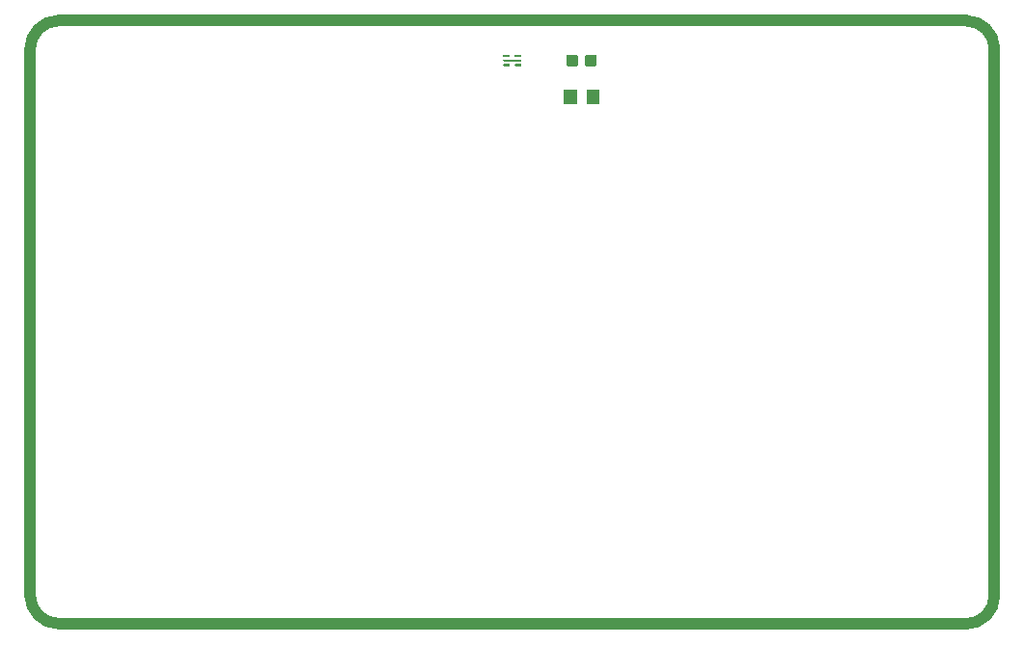
<source format=gbr>
%TF.GenerationSoftware,KiCad,Pcbnew,(5.1.10)-1*%
%TF.CreationDate,2023-01-04T12:47:17+09:00*%
%TF.ProjectId,circuit-business-card,63697263-7569-4742-9d62-7573696e6573,rev?*%
%TF.SameCoordinates,Original*%
%TF.FileFunction,Soldermask,Top*%
%TF.FilePolarity,Negative*%
%FSLAX46Y46*%
G04 Gerber Fmt 4.6, Leading zero omitted, Abs format (unit mm)*
G04 Created by KiCad (PCBNEW (5.1.10)-1) date 2023-01-04 12:47:17*
%MOMM*%
%LPD*%
G01*
G04 APERTURE LIST*
%ADD10C,1.000000*%
G04 APERTURE END LIST*
D10*
X73000000Y-118460000D02*
G75*
G02*
X70500000Y-115960000I0J2500000D01*
G01*
X152600000Y-118480000D02*
X73000000Y-118480000D01*
X155100000Y-115980000D02*
G75*
G02*
X152600000Y-118480000I-2500000J0D01*
G01*
X155100000Y-68000000D02*
X155100000Y-115980000D01*
X152600000Y-65500000D02*
G75*
G02*
X155100000Y-68000000I0J-2500000D01*
G01*
X152600000Y-65500000D02*
X73000000Y-65500000D01*
X70500000Y-68000000D02*
G75*
G02*
X73000000Y-65500000I2500000J0D01*
G01*
X70500000Y-68000000D02*
X70500000Y-115980000D01*
%TO.C,R1*%
G36*
G01*
X117336500Y-72800000D02*
X117336500Y-71600000D01*
G75*
G02*
X117400000Y-71536500I63500J0D01*
G01*
X118400000Y-71536500D01*
G75*
G02*
X118463500Y-71600000I0J-63500D01*
G01*
X118463500Y-72800000D01*
G75*
G02*
X118400000Y-72863500I-63500J0D01*
G01*
X117400000Y-72863500D01*
G75*
G02*
X117336500Y-72800000I0J63500D01*
G01*
G37*
G36*
G01*
X119336500Y-72800000D02*
X119336500Y-71600000D01*
G75*
G02*
X119400000Y-71536500I63500J0D01*
G01*
X120400000Y-71536500D01*
G75*
G02*
X120463500Y-71600000I0J-63500D01*
G01*
X120463500Y-72800000D01*
G75*
G02*
X120400000Y-72863500I-63500J0D01*
G01*
X119400000Y-72863500D01*
G75*
G02*
X119336500Y-72800000I0J63500D01*
G01*
G37*
%TD*%
%TO.C,LED1*%
G36*
G01*
X120100000Y-69501600D02*
X119300000Y-69501600D01*
G75*
G02*
X119198400Y-69400000I0J101600D01*
G01*
X119198400Y-68600000D01*
G75*
G02*
X119300000Y-68498400I101600J0D01*
G01*
X120100000Y-68498400D01*
G75*
G02*
X120201600Y-68600000I0J-101600D01*
G01*
X120201600Y-69400000D01*
G75*
G02*
X120100000Y-69501600I-101600J0D01*
G01*
G37*
G36*
G01*
X118450000Y-69501600D02*
X117650000Y-69501600D01*
G75*
G02*
X117548400Y-69400000I0J101600D01*
G01*
X117548400Y-68600000D01*
G75*
G02*
X117650000Y-68498400I101600J0D01*
G01*
X118450000Y-68498400D01*
G75*
G02*
X118551600Y-68600000I0J-101600D01*
G01*
X118551600Y-69400000D01*
G75*
G02*
X118450000Y-69501600I-101600J0D01*
G01*
G37*
%TD*%
%TO.C,U1*%
G36*
G01*
X113000000Y-69450000D02*
X113000000Y-69350000D01*
G75*
G02*
X113050000Y-69300000I50000J0D01*
G01*
X113550000Y-69300000D01*
G75*
G02*
X113600000Y-69350000I0J-50000D01*
G01*
X113600000Y-69450000D01*
G75*
G02*
X113550000Y-69500000I-50000J0D01*
G01*
X113050000Y-69500000D01*
G75*
G02*
X113000000Y-69450000I0J50000D01*
G01*
G37*
G36*
G01*
X112000000Y-69450000D02*
X112000000Y-69350000D01*
G75*
G02*
X112050000Y-69300000I50000J0D01*
G01*
X112550000Y-69300000D01*
G75*
G02*
X112600000Y-69350000I0J-50000D01*
G01*
X112600000Y-69450000D01*
G75*
G02*
X112550000Y-69500000I-50000J0D01*
G01*
X112050000Y-69500000D01*
G75*
G02*
X112000000Y-69450000I0J50000D01*
G01*
G37*
G36*
G01*
X113000000Y-68650000D02*
X113000000Y-68550000D01*
G75*
G02*
X113050000Y-68500000I50000J0D01*
G01*
X113550000Y-68500000D01*
G75*
G02*
X113600000Y-68550000I0J-50000D01*
G01*
X113600000Y-68650000D01*
G75*
G02*
X113550000Y-68700000I-50000J0D01*
G01*
X113050000Y-68700000D01*
G75*
G02*
X113000000Y-68650000I0J50000D01*
G01*
G37*
G36*
G01*
X112000000Y-68650000D02*
X112000000Y-68550000D01*
G75*
G02*
X112050000Y-68500000I50000J0D01*
G01*
X112550000Y-68500000D01*
G75*
G02*
X112600000Y-68550000I0J-50000D01*
G01*
X112600000Y-68650000D01*
G75*
G02*
X112550000Y-68700000I-50000J0D01*
G01*
X112050000Y-68700000D01*
G75*
G02*
X112000000Y-68650000I0J50000D01*
G01*
G37*
G36*
G01*
X112000000Y-69050000D02*
X112000000Y-68950000D01*
G75*
G02*
X112050000Y-68900000I50000J0D01*
G01*
X113550000Y-68900000D01*
G75*
G02*
X113600000Y-68950000I0J-50000D01*
G01*
X113600000Y-69050000D01*
G75*
G02*
X113550000Y-69100000I-50000J0D01*
G01*
X112050000Y-69100000D01*
G75*
G02*
X112000000Y-69050000I0J50000D01*
G01*
G37*
%TD*%
M02*

</source>
